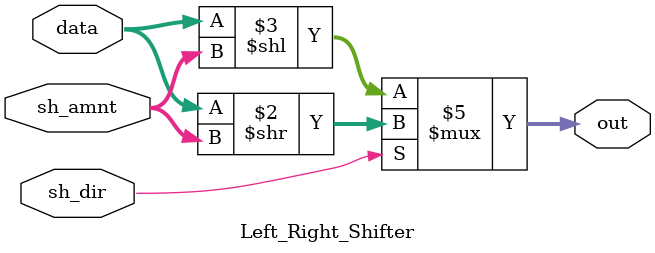
<source format=v>

module Left_Right_Shifter(data, sh_amnt, sh_dir, out);
	input [31:0] data;
	input [31:0] sh_amnt;
	input sh_dir;
	
	output reg [31:0] out;
	
	always @(*)
	begin
		if(sh_dir) begin					//shift right
			out = data >> sh_amnt;
		end else begin						//shift left
			out = data << sh_amnt;
		end
	end

endmodule

</source>
